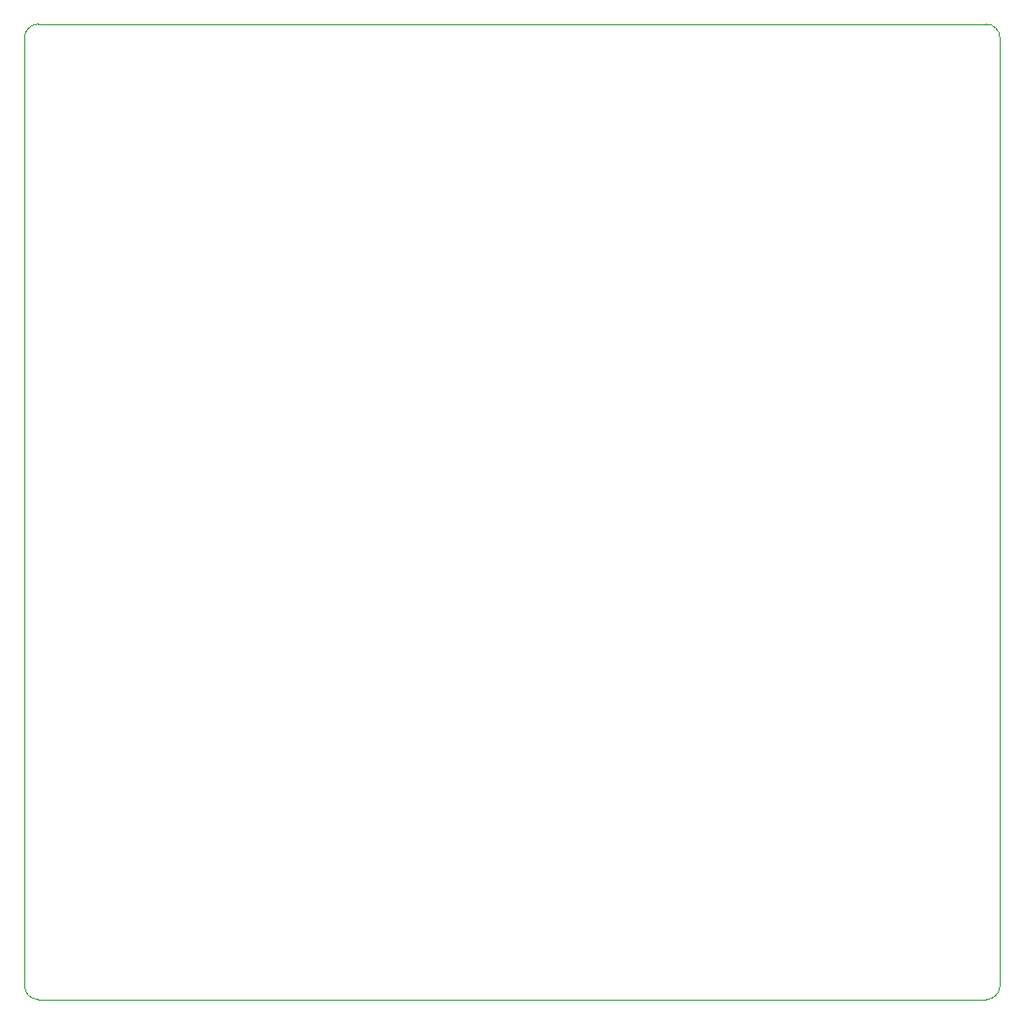
<source format=gbr>
G04*
G04 #@! TF.GenerationSoftware,Altium Limited,Altium Designer,24.1.2 (44)*
G04*
G04 Layer_Color=0*
%FSLAX44Y44*%
%MOMM*%
G71*
G04*
G04 #@! TF.SameCoordinates,594C4E7E-5880-4872-9B90-1EBF5E6123A4*
G04*
G04*
G04 #@! TF.FilePolarity,Positive*
G04*
G01*
G75*
%ADD168C,0.0254*%
D168*
Y12000D02*
X0Y838000D01*
D02*
G02*
X12000Y850000I12000J0D01*
G01*
X838000Y850000D01*
D02*
G02*
X850000Y838000I0J-12000D01*
G01*
Y12000D01*
D02*
G02*
X838000Y0I-12000J0D01*
G01*
X12000D01*
D02*
G02*
X0Y12000I0J12000D01*
G01*
M02*

</source>
